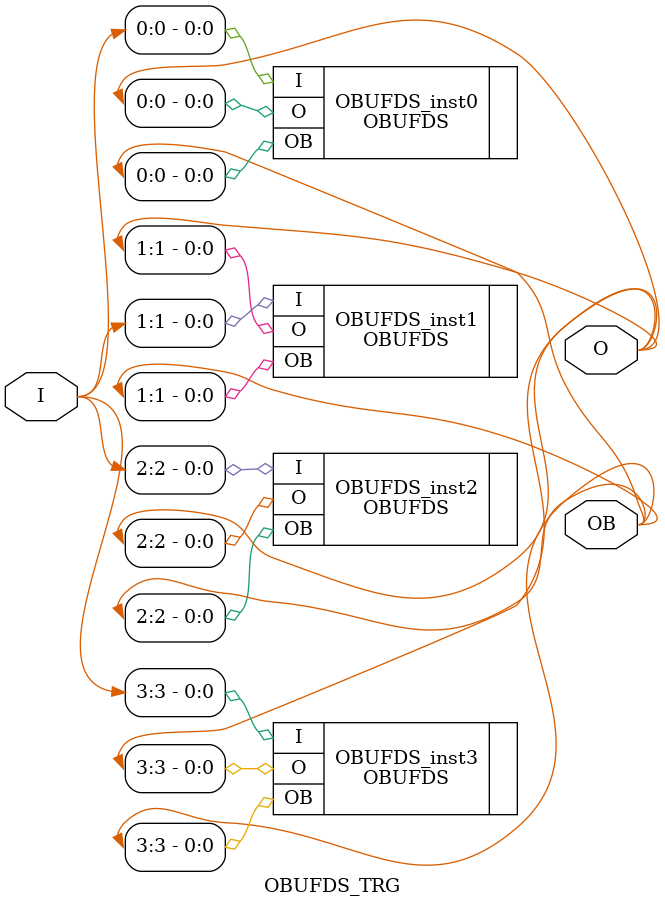
<source format=v>
`timescale 1ns / 1ps


module OBUFDS_TRG(
    input [3:0] I,
    output[3:0] O,
    output[3:0] OB
    );
    OBUFDS OBUFDS_inst0(
        .I(I[0]),
        .O(O[0]),
        .OB(OB[0])
    );
    OBUFDS OBUFDS_inst1(
        .I(I[1]),
        .O(O[1]),
        .OB(OB[1])
    );
    OBUFDS OBUFDS_inst2(
        .I(I[2]),
        .O(O[2]),
        .OB(OB[2])
    );
    OBUFDS OBUFDS_inst3(
        .I(I[3]),
        .O(O[3]),
        .OB(OB[3])
    );
endmodule

</source>
